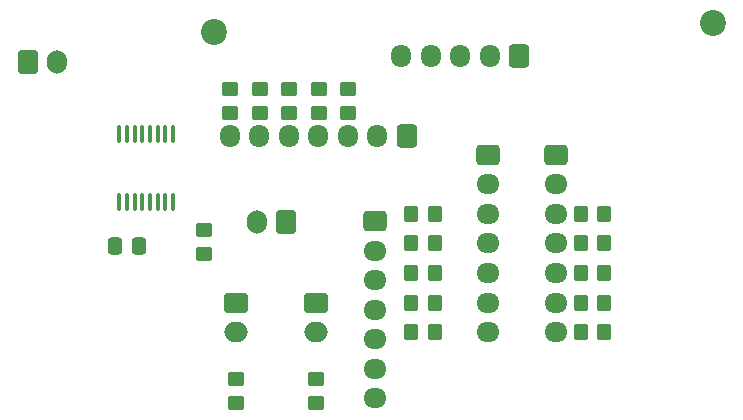
<source format=gbs>
%TF.GenerationSoftware,KiCad,Pcbnew,7.0.6*%
%TF.CreationDate,2023-07-13T14:44:59+02:00*%
%TF.ProjectId,LH_HeadLogicBoard_FreeJoy,4c485f48-6561-4644-9c6f-676963426f61,rev?*%
%TF.SameCoordinates,Original*%
%TF.FileFunction,Soldermask,Bot*%
%TF.FilePolarity,Negative*%
%FSLAX46Y46*%
G04 Gerber Fmt 4.6, Leading zero omitted, Abs format (unit mm)*
G04 Created by KiCad (PCBNEW 7.0.6) date 2023-07-13 14:44:59*
%MOMM*%
%LPD*%
G01*
G04 APERTURE LIST*
G04 Aperture macros list*
%AMRoundRect*
0 Rectangle with rounded corners*
0 $1 Rounding radius*
0 $2 $3 $4 $5 $6 $7 $8 $9 X,Y pos of 4 corners*
0 Add a 4 corners polygon primitive as box body*
4,1,4,$2,$3,$4,$5,$6,$7,$8,$9,$2,$3,0*
0 Add four circle primitives for the rounded corners*
1,1,$1+$1,$2,$3*
1,1,$1+$1,$4,$5*
1,1,$1+$1,$6,$7*
1,1,$1+$1,$8,$9*
0 Add four rect primitives between the rounded corners*
20,1,$1+$1,$2,$3,$4,$5,0*
20,1,$1+$1,$4,$5,$6,$7,0*
20,1,$1+$1,$6,$7,$8,$9,0*
20,1,$1+$1,$8,$9,$2,$3,0*%
G04 Aperture macros list end*
%ADD10RoundRect,0.250000X-0.725000X0.600000X-0.725000X-0.600000X0.725000X-0.600000X0.725000X0.600000X0*%
%ADD11O,1.950000X1.700000*%
%ADD12RoundRect,0.250000X0.600000X0.725000X-0.600000X0.725000X-0.600000X-0.725000X0.600000X-0.725000X0*%
%ADD13O,1.700000X1.950000*%
%ADD14C,2.200000*%
%ADD15RoundRect,0.250000X0.600000X0.750000X-0.600000X0.750000X-0.600000X-0.750000X0.600000X-0.750000X0*%
%ADD16O,1.700000X2.000000*%
%ADD17RoundRect,0.250000X-0.600000X-0.750000X0.600000X-0.750000X0.600000X0.750000X-0.600000X0.750000X0*%
%ADD18RoundRect,0.100000X-0.100000X0.637500X-0.100000X-0.637500X0.100000X-0.637500X0.100000X0.637500X0*%
%ADD19RoundRect,0.250000X-0.750000X0.600000X-0.750000X-0.600000X0.750000X-0.600000X0.750000X0.600000X0*%
%ADD20O,2.000000X1.700000*%
%ADD21RoundRect,0.250000X-0.337500X-0.475000X0.337500X-0.475000X0.337500X0.475000X-0.337500X0.475000X0*%
%ADD22RoundRect,0.250000X-0.350000X-0.450000X0.350000X-0.450000X0.350000X0.450000X-0.350000X0.450000X0*%
%ADD23RoundRect,0.250000X0.450000X-0.350000X0.450000X0.350000X-0.450000X0.350000X-0.450000X-0.350000X0*%
%ADD24RoundRect,0.250000X0.350000X0.450000X-0.350000X0.450000X-0.350000X-0.450000X0.350000X-0.450000X0*%
%ADD25RoundRect,0.250000X-0.450000X0.350000X-0.450000X-0.350000X0.450000X-0.350000X0.450000X0.350000X0*%
G04 APERTURE END LIST*
D10*
X71050000Y-44600000D03*
D11*
X71050000Y-47100000D03*
X71050000Y-49600000D03*
X71050000Y-52100000D03*
X71050000Y-54600000D03*
X71050000Y-57100000D03*
X71050000Y-59600000D03*
D12*
X67900000Y-36250000D03*
D13*
X65400000Y-36250000D03*
X62900000Y-36250000D03*
X60400000Y-36250000D03*
X57900000Y-36250000D03*
D12*
X58400000Y-43000000D03*
D13*
X55900000Y-43000000D03*
X53400000Y-43000000D03*
X50900000Y-43000000D03*
X48400000Y-43000000D03*
X45900000Y-43000000D03*
X43400000Y-43000000D03*
D14*
X84300000Y-33450000D03*
X42075000Y-34175000D03*
D15*
X48200000Y-50275000D03*
D16*
X45700000Y-50275000D03*
D10*
X55700000Y-50200000D03*
D11*
X55700000Y-52700000D03*
X55700000Y-55200000D03*
X55700000Y-57700000D03*
X55700000Y-60200000D03*
X55700000Y-62700000D03*
X55700000Y-65200000D03*
D17*
X26300000Y-36725000D03*
D16*
X28800000Y-36725000D03*
D18*
X34050000Y-42837500D03*
X34700000Y-42837500D03*
X35350000Y-42837500D03*
X36000000Y-42837500D03*
X36650000Y-42837500D03*
X37300000Y-42837500D03*
X37950000Y-42837500D03*
X38600000Y-42837500D03*
X38600000Y-48562500D03*
X37950000Y-48562500D03*
X37300000Y-48562500D03*
X36650000Y-48562500D03*
X36000000Y-48562500D03*
X35350000Y-48562500D03*
X34700000Y-48562500D03*
X34050000Y-48562500D03*
D19*
X43900000Y-57100000D03*
D20*
X43900000Y-59600000D03*
D21*
X33682500Y-52280000D03*
X35757500Y-52280000D03*
D22*
X73125000Y-49600000D03*
X75125000Y-49600000D03*
D23*
X45950000Y-41025000D03*
X45950000Y-39025000D03*
D22*
X73125000Y-57100000D03*
X75125000Y-57100000D03*
X73125000Y-54600000D03*
X75125000Y-54600000D03*
X58750000Y-49600000D03*
X60750000Y-49600000D03*
D24*
X60750000Y-57100000D03*
X58750000Y-57100000D03*
X60750000Y-54600000D03*
X58750000Y-54600000D03*
D22*
X73125000Y-52075000D03*
X75125000Y-52075000D03*
D19*
X50700000Y-57100000D03*
D20*
X50700000Y-59600000D03*
D23*
X50950000Y-41025000D03*
X50950000Y-39025000D03*
D22*
X73125000Y-59600000D03*
X75125000Y-59600000D03*
D23*
X48450000Y-41025000D03*
X48450000Y-39025000D03*
X53450000Y-41025000D03*
X53450000Y-39025000D03*
D25*
X41250000Y-51000000D03*
X41250000Y-53000000D03*
D22*
X58750000Y-52100000D03*
X60750000Y-52100000D03*
D10*
X65300000Y-44600000D03*
D11*
X65300000Y-47100000D03*
X65300000Y-49600000D03*
X65300000Y-52100000D03*
X65300000Y-54600000D03*
X65300000Y-57100000D03*
X65300000Y-59600000D03*
D23*
X43450000Y-41025000D03*
X43450000Y-39025000D03*
D25*
X50700000Y-63600000D03*
X50700000Y-65600000D03*
D24*
X60750000Y-59600000D03*
X58750000Y-59600000D03*
D25*
X43900000Y-63600000D03*
X43900000Y-65600000D03*
M02*

</source>
